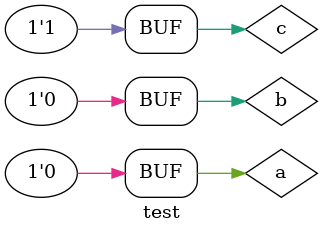
<source format=v>
`include "./delygate.v"
module test;
    reg a, b, c;
    wire y;
  //  reg  clk;
    
    initial
      begin
          {a, b, c} = 3'b001;
      end
  /*  initial
      begin
          #0 clk = 0;
          repeat(30)
            #2  clk = ~clk;
      end
    always@(posedge clk)
      begin
          {a, b, c} = {$random} % 2;
      end */
    delaygate delaygate(.a(a),
                        .b(b),
                        .c(c)
                        );
    initial
      begin
          $dumpfile("delaygate.vcd");
          $dumpvars(0,test);
      end
endmodule // test

      
    
</source>
